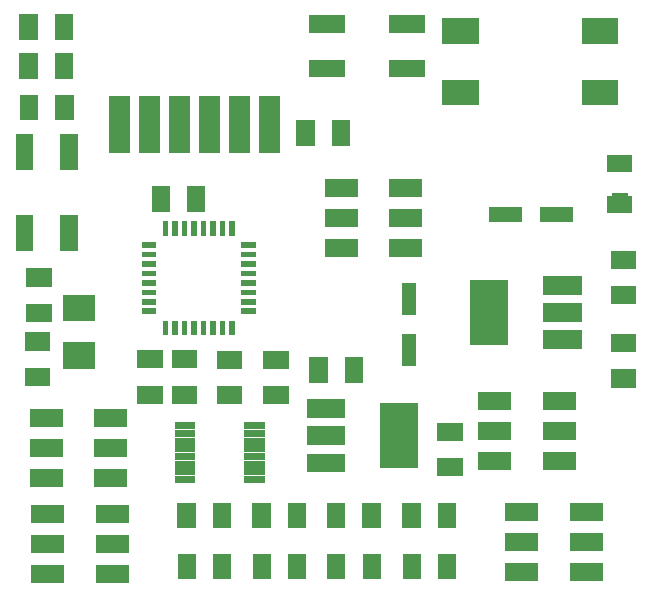
<source format=gbr>
G04 start of page 11 for group -4063 idx -4063 *
G04 Title: (unknown), componentmask *
G04 Creator: pcb 20140316 *
G04 CreationDate: Wed Jul  8 14:59:58 2015 UTC *
G04 For: frankenteddy *
G04 Format: Gerber/RS-274X *
G04 PCB-Dimensions (mil): 3270.00 2515.00 *
G04 PCB-Coordinate-Origin: lower left *
%MOIN*%
%FSLAX25Y25*%
%LNTOPMASK*%
%ADD70R,0.0187X0.0187*%
%ADD69R,0.0700X0.0700*%
%ADD68R,0.1280X0.1280*%
%ADD67R,0.0494X0.0494*%
%ADD66R,0.0620X0.0620*%
%ADD65R,0.0218X0.0218*%
%ADD64R,0.0572X0.0572*%
%ADD63R,0.0848X0.0848*%
%ADD62R,0.0230X0.0230*%
%ADD61R,0.0887X0.0887*%
%ADD60R,0.0610X0.0610*%
%ADD59R,0.0600X0.0600*%
G54D59*X69000Y70500D02*X74000D01*
X69000Y80500D02*X74000D01*
X69500Y38500D02*X74500D01*
X69500Y48500D02*X74500D01*
X69500Y58500D02*X74500D01*
X90500Y70500D02*X95500D01*
X91000Y38500D02*X96000D01*
X91000Y48500D02*X96000D01*
X91000Y58500D02*X96000D01*
G54D60*X118200Y59200D02*Y56800D01*
X130000Y59200D02*Y56800D01*
X143200Y59200D02*Y56800D01*
X155000Y59200D02*Y56800D01*
X118250Y42150D02*Y39750D01*
X130050Y42150D02*Y39750D01*
X143250Y42150D02*Y39750D01*
X155050Y42150D02*Y39750D01*
G54D59*X69000Y90500D02*X74000D01*
X90500Y80500D02*X95500D01*
X90500Y90500D02*X95500D01*
G54D60*X67350Y104150D02*X69750D01*
X67350Y115950D02*X69750D01*
G54D61*X81556Y111282D02*X83131D01*
G54D60*X116300Y110000D02*X118700D01*
X116300Y98200D02*X118700D01*
X131300Y109800D02*X133700D01*
X131300Y98000D02*X133700D01*
X104800Y110000D02*X107200D01*
X104800Y98200D02*X107200D01*
G54D62*X115383Y87856D02*X119989D01*
X115383Y85297D02*X119989D01*
X115383Y82738D02*X119989D01*
X115383Y80179D02*X119989D01*
X115383Y77621D02*X119989D01*
X115383Y75062D02*X119989D01*
X115383Y72503D02*X119989D01*
G54D60*X146800Y109800D02*X149200D01*
X146800Y98000D02*X149200D01*
G54D62*X115383Y69944D02*X119989D01*
X138611D02*X143217D01*
X138611Y72503D02*X143217D01*
X138611Y75062D02*X143217D01*
X138611Y77621D02*X143217D01*
X138611Y80179D02*X143217D01*
X138611Y82738D02*X143217D01*
X138611Y85297D02*X143217D01*
X138611Y87856D02*X143217D01*
G54D63*X254185Y219473D02*X257728D01*
X254185Y199000D02*X257728D01*
X207728D02*X211272D01*
X207728Y219473D02*X211272D01*
G54D64*X188550Y206800D02*X194849D01*
X188550Y221761D02*X194849D01*
X161779Y206800D02*X168078D01*
X161779Y221761D02*X168078D01*
X261222Y161521D02*X263978D01*
X261222Y175300D02*X263978D01*
G54D65*X261025Y164473D02*X264175D01*
G54D60*X262600Y143200D02*X265000D01*
X262600Y131400D02*X265000D01*
G54D66*X240200Y116500D02*X246800D01*
X240200Y125500D02*X246800D01*
X240200Y134600D02*X246800D01*
G54D67*X221550Y158173D02*X227455D01*
X238479D02*X244384D01*
G54D60*X262600Y115400D02*X265000D01*
G54D68*X219100Y130000D02*Y121000D01*
G54D59*X167200Y147100D02*X172200D01*
X167200Y157100D02*X172200D01*
X167200Y167100D02*X172200D01*
X188700Y147100D02*X193700D01*
X188700Y157100D02*X193700D01*
X188700Y167100D02*X193700D01*
G54D60*X262600Y103600D02*X265000D01*
G54D59*X240000Y96000D02*X245000D01*
X240000Y86000D02*X245000D01*
X240000Y76000D02*X245000D01*
X218500Y96000D02*X223500D01*
X218500Y86000D02*X223500D01*
X218500Y76000D02*X223500D01*
X227500Y39000D02*X232500D01*
X227500Y49000D02*X232500D01*
X227500Y59000D02*X232500D01*
X249000Y39000D02*X254000D01*
X249000Y49000D02*X254000D01*
X249000Y59000D02*X254000D01*
G54D67*X192327Y116055D02*Y110150D01*
Y132984D02*Y127079D01*
G54D68*X189000Y89000D02*Y80000D01*
G54D60*X168050Y59150D02*Y56750D01*
X168100Y42100D02*Y39700D01*
G54D66*X161300Y75400D02*X167900D01*
G54D60*X179850Y59150D02*Y56750D01*
X179900Y42100D02*Y39700D01*
X193200Y59200D02*Y56800D01*
X205000Y59200D02*Y56800D01*
X193250Y42150D02*Y39750D01*
X205050Y42150D02*Y39750D01*
X204800Y74000D02*X207200D01*
X204800Y85800D02*X207200D01*
G54D66*X161300Y93500D02*X167900D01*
X161300Y84500D02*X167900D01*
G54D60*X174000Y107700D02*Y105300D01*
X162200Y107700D02*Y105300D01*
G54D64*X79000Y155378D02*Y149079D01*
X64039Y182149D02*Y175850D01*
Y155378D02*Y149079D01*
X79000Y182149D02*Y175850D01*
G54D60*X65700Y195200D02*Y192800D01*
X77500Y195200D02*Y192800D01*
G54D69*X95700Y194200D02*Y182200D01*
G54D60*X65500Y221900D02*Y219500D01*
X77300Y221900D02*Y219500D01*
X65550Y208950D02*Y206550D01*
X77350Y208950D02*Y206550D01*
G54D69*X105700Y194200D02*Y182200D01*
X115700Y194200D02*Y182200D01*
X125700Y194200D02*Y182200D01*
G54D60*X121400Y164700D02*Y162300D01*
G54D69*X135700Y194200D02*Y182200D01*
X145700Y194200D02*Y182200D01*
G54D60*X157800Y186600D02*Y184200D01*
X169600Y186600D02*Y184200D01*
X109600Y164700D02*Y162300D01*
G54D70*X104258Y148073D02*X107184D01*
X104258Y144924D02*X107184D01*
X104258Y141774D02*X107184D01*
X104258Y138625D02*X107184D01*
X104258Y135475D02*X107184D01*
X111226Y155042D02*Y152116D01*
X104258Y132325D02*X107184D01*
X104258Y129176D02*X107184D01*
X104258Y126026D02*X107184D01*
X111227Y121984D02*Y119058D01*
G54D61*X81556Y127030D02*X83131D01*
G54D60*X67750Y125450D02*X70150D01*
X67750Y137250D02*X70150D01*
G54D70*X114376Y121984D02*Y119058D01*
X117526Y121984D02*Y119058D01*
X120675Y121984D02*Y119058D01*
X123825Y121984D02*Y119058D01*
X126975Y121984D02*Y119058D01*
X130124Y121984D02*Y119058D01*
X133274Y121984D02*Y119058D01*
X137316Y126027D02*X140242D01*
X137316Y129176D02*X140242D01*
X137316Y132326D02*X140242D01*
X137316Y135475D02*X140242D01*
X137316Y138625D02*X140242D01*
X137316Y141775D02*X140242D01*
X137316Y144924D02*X140242D01*
X137316Y148074D02*X140242D01*
X133273Y155042D02*Y152116D01*
X130124Y155042D02*Y152116D01*
X126974Y155042D02*Y152116D01*
X123825Y155042D02*Y152116D01*
X120675Y155042D02*Y152116D01*
X117525Y155042D02*Y152116D01*
X114376Y155042D02*Y152116D01*
M02*

</source>
